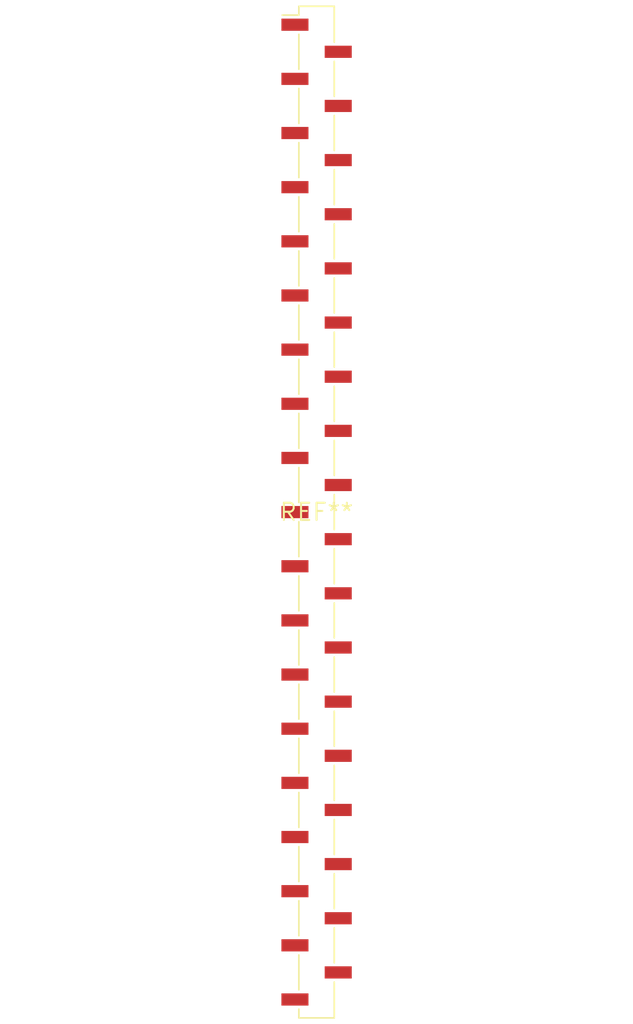
<source format=kicad_pcb>
(kicad_pcb (version 20240108) (generator pcbnew)
  (layers (0 "F.Cu" signal) (31 "B.Cu" signal) (34 "B.Paste" user) (35 "F.Paste" user) (36 "B.SilkS" user "B.Silkscreen") (37 "F.SilkS" user "F.Silkscreen") (38 "B.Mask" user) (39 "F.Mask" user) (44 "Edge.Cuts" user))
  (net 0 "")
  (footprint "PinSocket_1x37_P2.00mm_Vertical_SMD_Pin1Left" (layer "F.Cu") (at 0 0)
    (property "Reference" "REF**")
    (property "Value" "PinSocket_1x37_P2.00mm_Vertical_SMD_Pin1Left")
    (fp_line (start -2.54 -36.71) (end -1.31 -36.71) (layer "F.SilkS") (stroke (width 0.12)))
    (fp_line (start -1.31 -37.36) (end -1.31 -36.71) (layer "F.SilkS") (stroke (width 0.12)))
    (fp_line (start -1.31 -37.36) (end 1.31 -37.36) (layer "F.SilkS") (stroke (width 0.12)))
    (fp_line (start -1.31 -35.29) (end -1.31 -32.71) (layer "F.SilkS") (stroke (width 0.12)))
    (fp_line (start -1.31 -31.29) (end -1.31 -28.71) (layer "F.SilkS") (stroke (width 0.12)))
    (fp_line (start -1.31 -27.29) (end -1.31 -24.71) (layer "F.SilkS") (stroke (width 0.12)))
    (fp_line (start -1.31 -23.29) (end -1.31 -20.71) (layer "F.SilkS") (stroke (width 0.12)))
    (fp_line (start -1.31 -19.29) (end -1.31 -16.71) (layer "F.SilkS") (stroke (width 0.12)))
    (fp_line (start -1.31 -15.29) (end -1.31 -12.71) (layer "F.SilkS") (stroke (width 0.12)))
    (fp_line (start -1.31 -11.29) (end -1.31 -8.71) (layer "F.SilkS") (stroke (width 0.12)))
    (fp_line (start -1.31 -7.29) (end -1.31 -4.71) (layer "F.SilkS") (stroke (width 0.12)))
    (fp_line (start -1.31 -3.29) (end -1.31 -0.71) (layer "F.SilkS") (stroke (width 0.12)))
    (fp_line (start -1.31 0.71) (end -1.31 3.29) (layer "F.SilkS") (stroke (width 0.12)))
    (fp_line (start -1.31 4.71) (end -1.31 7.29) (layer "F.SilkS") (stroke (width 0.12)))
    (fp_line (start -1.31 8.71) (end -1.31 11.29) (layer "F.SilkS") (stroke (width 0.12)))
    (fp_line (start -1.31 12.71) (end -1.31 15.29) (layer "F.SilkS") (stroke (width 0.12)))
    (fp_line (start -1.31 16.71) (end -1.31 19.29) (layer "F.SilkS") (stroke (width 0.12)))
    (fp_line (start -1.31 20.71) (end -1.31 23.29) (layer "F.SilkS") (stroke (width 0.12)))
    (fp_line (start -1.31 24.71) (end -1.31 27.29) (layer "F.SilkS") (stroke (width 0.12)))
    (fp_line (start -1.31 28.71) (end -1.31 31.29) (layer "F.SilkS") (stroke (width 0.12)))
    (fp_line (start -1.31 32.71) (end -1.31 35.29) (layer "F.SilkS") (stroke (width 0.12)))
    (fp_line (start -1.31 36.71) (end -1.31 37.36) (layer "F.SilkS") (stroke (width 0.12)))
    (fp_line (start -1.31 37.36) (end 1.31 37.36) (layer "F.SilkS") (stroke (width 0.12)))
    (fp_line (start 1.31 -37.36) (end 1.31 -34.71) (layer "F.SilkS") (stroke (width 0.12)))
    (fp_line (start 1.31 -33.29) (end 1.31 -30.71) (layer "F.SilkS") (stroke (width 0.12)))
    (fp_line (start 1.31 -29.29) (end 1.31 -26.71) (layer "F.SilkS") (stroke (width 0.12)))
    (fp_line (start 1.31 -25.29) (end 1.31 -22.71) (layer "F.SilkS") (stroke (width 0.12)))
    (fp_line (start 1.31 -21.29) (end 1.31 -18.71) (layer "F.SilkS") (stroke (width 0.12)))
    (fp_line (start 1.31 -17.29) (end 1.31 -14.71) (layer "F.SilkS") (stroke (width 0.12)))
    (fp_line (start 1.31 -13.29) (end 1.31 -10.71) (layer "F.SilkS") (stroke (width 0.12)))
    (fp_line (start 1.31 -9.29) (end 1.31 -6.71) (layer "F.SilkS") (stroke (width 0.12)))
    (fp_line (start 1.31 -5.29) (end 1.31 -2.71) (layer "F.SilkS") (stroke (width 0.12)))
    (fp_line (start 1.31 -1.29) (end 1.31 1.29) (layer "F.SilkS") (stroke (width 0.12)))
    (fp_line (start 1.31 2.71) (end 1.31 5.29) (layer "F.SilkS") (stroke (width 0.12)))
    (fp_line (start 1.31 6.71) (end 1.31 9.29) (layer "F.SilkS") (stroke (width 0.12)))
    (fp_line (start 1.31 10.71) (end 1.31 13.29) (layer "F.SilkS") (stroke (width 0.12)))
    (fp_line (start 1.31 14.71) (end 1.31 17.29) (layer "F.SilkS") (stroke (width 0.12)))
    (fp_line (start 1.31 18.71) (end 1.31 21.29) (layer "F.SilkS") (stroke (width 0.12)))
    (fp_line (start 1.31 22.71) (end 1.31 25.29) (layer "F.SilkS") (stroke (width 0.12)))
    (fp_line (start 1.31 26.71) (end 1.31 29.29) (layer "F.SilkS") (stroke (width 0.12)))
    (fp_line (start 1.31 30.71) (end 1.31 33.29) (layer "F.SilkS") (stroke (width 0.12)))
    (fp_line (start 1.31 34.71) (end 1.31 37.36) (layer "F.SilkS") (stroke (width 0.12)))
    (pad "1" smd rect (at -1.6 -36) (size 2 0.9) (layers "F.Cu" "F.Paste" "F.Mask"))
    (pad "2" smd rect (at 1.6 -34) (size 2 0.9) (layers "F.Cu" "F.Paste" "F.Mask"))
    (pad "3" smd rect (at -1.6 -32) (size 2 0.9) (layers "F.Cu" "F.Paste" "F.Mask"))
    (pad "4" smd rect (at 1.6 -30) (size 2 0.9) (layers "F.Cu" "F.Paste" "F.Mask"))
    (pad "5" smd rect (at -1.6 -28) (size 2 0.9) (layers "F.Cu" "F.Paste" "F.Mask"))
    (pad "6" smd rect (at 1.6 -26) (size 2 0.9) (layers "F.Cu" "F.Paste" "F.Mask"))
    (pad "7" smd rect (at -1.6 -24) (size 2 0.9) (layers "F.Cu" "F.Paste" "F.Mask"))
    (pad "8" smd rect (at 1.6 -22) (size 2 0.9) (layers "F.Cu" "F.Paste" "F.Mask"))
    (pad "9" smd rect (at -1.6 -20) (size 2 0.9) (layers "F.Cu" "F.Paste" "F.Mask"))
    (pad "10" smd rect (at 1.6 -18) (size 2 0.9) (layers "F.Cu" "F.Paste" "F.Mask"))
    (pad "11" smd rect (at -1.6 -16) (size 2 0.9) (layers "F.Cu" "F.Paste" "F.Mask"))
    (pad "12" smd rect (at 1.6 -14) (size 2 0.9) (layers "F.Cu" "F.Paste" "F.Mask"))
    (pad "13" smd rect (at -1.6 -12) (size 2 0.9) (layers "F.Cu" "F.Paste" "F.Mask"))
    (pad "14" smd rect (at 1.6 -10) (size 2 0.9) (layers "F.Cu" "F.Paste" "F.Mask"))
    (pad "15" smd rect (at -1.6 -8) (size 2 0.9) (layers "F.Cu" "F.Paste" "F.Mask"))
    (pad "16" smd rect (at 1.6 -6) (size 2 0.9) (layers "F.Cu" "F.Paste" "F.Mask"))
    (pad "17" smd rect (at -1.6 -4) (size 2 0.9) (layers "F.Cu" "F.Paste" "F.Mask"))
    (pad "18" smd rect (at 1.6 -2) (size 2 0.9) (layers "F.Cu" "F.Paste" "F.Mask"))
    (pad "19" smd rect (at -1.6 0) (size 2 0.9) (layers "F.Cu" "F.Paste" "F.Mask"))
    (pad "20" smd rect (at 1.6 2) (size 2 0.9) (layers "F.Cu" "F.Paste" "F.Mask"))
    (pad "21" smd rect (at -1.6 4) (size 2 0.9) (layers "F.Cu" "F.Paste" "F.Mask"))
    (pad "22" smd rect (at 1.6 6) (size 2 0.9) (layers "F.Cu" "F.Paste" "F.Mask"))
    (pad "23" smd rect (at -1.6 8) (size 2 0.9) (layers "F.Cu" "F.Paste" "F.Mask"))
    (pad "24" smd rect (at 1.6 10) (size 2 0.9) (layers "F.Cu" "F.Paste" "F.Mask"))
    (pad "25" smd rect (at -1.6 12) (size 2 0.9) (layers "F.Cu" "F.Paste" "F.Mask"))
    (pad "26" smd rect (at 1.6 14) (size 2 0.9) (layers "F.Cu" "F.Paste" "F.Mask"))
    (pad "27" smd rect (at -1.6 16) (size 2 0.9) (layers "F.Cu" "F.Paste" "F.Mask"))
    (pad "28" smd rect (at 1.6 18) (size 2 0.9) (layers "F.Cu" "F.Paste" "F.Mask"))
    (pad "29" smd rect (at -1.6 20) (size 2 0.9) (layers "F.Cu" "F.Paste" "F.Mask"))
    (pad "30" smd rect (at 1.6 22) (size 2 0.9) (layers "F.Cu" "F.Paste" "F.Mask"))
    (pad "31" smd rect (at -1.6 24) (size 2 0.9) (layers "F.Cu" "F.Paste" "F.Mask"))
    (pad "32" smd rect (at 1.6 26) (size 2 0.9) (layers "F.Cu" "F.Paste" "F.Mask"))
    (pad "33" smd rect (at -1.6 28) (size 2 0.9) (layers "F.Cu" "F.Paste" "F.Mask"))
    (pad "34" smd rect (at 1.6 30) (size 2 0.9) (layers "F.Cu" "F.Paste" "F.Mask"))
    (pad "35" smd rect (at -1.6 32) (size 2 0.9) (layers "F.Cu" "F.Paste" "F.Mask"))
    (pad "36" smd rect (at 1.6 34) (size 2 0.9) (layers "F.Cu" "F.Paste" "F.Mask"))
    (pad "37" smd rect (at -1.6 36) (size 2 0.9) (layers "F.Cu" "F.Paste" "F.Mask"))
  )
)
</source>
